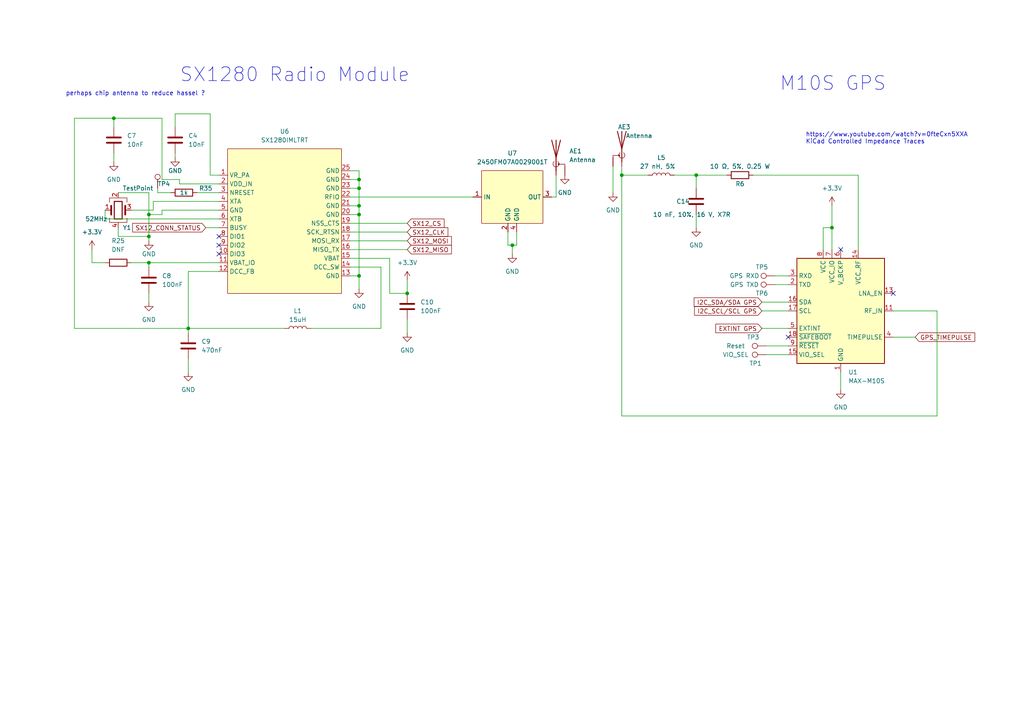
<source format=kicad_sch>
(kicad_sch (version 20231120) (generator "eeschema") (generator_version "8.0")
  (paper "A4")
  (lib_symbols
    (symbol "Connector:TestPoint" (pin_numbers hide) (pin_names (offset 0.762) hide)
      (property "Reference" "TP" (at 0 6.858 0))
      (property "Value" "TestPoint" (at 0 5.08 0))
      (symbol "TestPoint_0_1"
        (circle (center 0 3.302) (radius 0.762))
      )
      (symbol "TestPoint_1_1"
        (pin passive line (at 0 0 90) (length 2.54) (name "1") (number "1"))
      )
    )
    (symbol "CustomLibrary:2450FM07A0029001T"
      (property "Reference" "U" (at 6.35 -7.62 0))
      (property "Value" "2450FM07A0029001T" (at -1.27 10.16 0))
      (symbol "2450FM07A0029001T_1_1"
        (rectangle (start -10.16 8.89) (end 7.62 -6.35) (fill (type background)))
        (pin input line (at -12.7 1.27 0) (length 2.54) (name "IN") (number "1"))
        (pin power_in line (at -2.54 -8.89 90) (length 2.54) (name "GND") (number "2"))
        (pin output line (at 10.16 1.27 180) (length 2.54) (name "OUT") (number "3"))
        (pin power_in line (at 0 -8.89 90) (length 2.54) (name "GND") (number "4"))
      )
    )
    (symbol "CustomLibrary:SX1280IMLTRT"
      (property "Reference" "U" (at -16.51 30.48 0))
      (property "Value" "SX1280IMLTRT" (at 8.89 -13.97 0))
      (symbol "SX1280IMLTRT_1_1"
        (rectangle (start -17.78 29.21) (end 15.24 -12.7) (fill (type background)))
        (pin power_in line (at -20.32 21.59 0) (length 2.54) (name "VR_PA") (number "1"))
        (pin bidirectional line (at -20.32 -1.27 0) (length 2.54) (name "DIO3") (number "10"))
        (pin bidirectional line (at -20.32 -3.81 0) (length 2.54) (name "VBAT_IO") (number "11"))
        (pin bidirectional line (at -20.32 -6.35 0) (length 2.54) (name "DCC_FB") (number "12"))
        (pin power_in line (at 17.78 -7.62 180) (length 2.54) (name "GND") (number "13"))
        (pin power_in line (at 17.78 -5.08 180) (length 2.54) (name "DCC_SW") (number "14"))
        (pin power_in line (at 17.78 -2.54 180) (length 2.54) (name "VBAT") (number "15"))
        (pin bidirectional line (at 17.78 0 180) (length 2.54) (name "MISO_TX") (number "16"))
        (pin bidirectional line (at 17.78 2.54 180) (length 2.54) (name "MOSI_RX") (number "17"))
        (pin bidirectional line (at 17.78 5.08 180) (length 2.54) (name "SCK_RTSN") (number "18"))
        (pin bidirectional line (at 17.78 7.62 180) (length 2.54) (name "NSS_CTS") (number "19"))
        (pin power_in line (at -20.32 19.05 0) (length 2.54) (name "VDD_IN") (number "2"))
        (pin power_in line (at 17.78 10.16 180) (length 2.54) (name "GND") (number "20"))
        (pin power_in line (at 17.78 12.7 180) (length 2.54) (name "GND") (number "21"))
        (pin bidirectional line (at 17.78 15.24 180) (length 2.54) (name "RFIO") (number "22"))
        (pin power_in line (at 17.78 17.78 180) (length 2.54) (name "GND") (number "23"))
        (pin power_in line (at 17.78 20.32 180) (length 2.54) (name "GND") (number "24"))
        (pin power_in line (at 17.78 22.86 180) (length 2.54) (name "GND") (number "25"))
        (pin bidirectional line (at -20.32 16.51 0) (length 2.54) (name "NRESET") (number "3"))
        (pin bidirectional line (at -20.32 13.97 0) (length 2.54) (name "XTA") (number "4"))
        (pin power_in line (at -20.32 11.43 0) (length 2.54) (name "GND") (number "5"))
        (pin bidirectional line (at -20.32 8.89 0) (length 2.54) (name "XTB") (number "6"))
        (pin bidirectional line (at -20.32 6.35 0) (length 2.54) (name "BUSY") (number "7"))
        (pin bidirectional line (at -20.32 3.81 0) (length 2.54) (name "DIO1") (number "8"))
        (pin bidirectional line (at -20.32 1.27 0) (length 2.54) (name "DIO2") (number "9"))
      )
    )
    (symbol "Device:Antenna_Shield" (pin_numbers hide) (pin_names (offset 1.016) hide)
      (property "Reference" "AE" (at -1.905 4.445 0))
      (property "Value" "Antenna_Shield" (at -1.905 2.54 0))
      (symbol "Antenna_Shield_0_1"
        (arc (start -0.508 -1.143) (mid -0.8429 -2.1194) (end 0 -2.667))
        (arc (start 0 -2.667) (mid 0.7989 -2.1052) (end 0.508 -1.143))
        (polyline (pts (xy 0 -2.54) (xy 0 0)))
        (polyline (pts (xy 0 5.08) (xy 0 -3.81)) (stroke (width 0.254)))
        (polyline (pts (xy 0.762 -1.905) (xy 2.54 -1.905)))
        (polyline (pts (xy 2.54 -2.54) (xy 2.54 -1.905)))
        (polyline (pts (xy 1.27 5.08) (xy 0 0) (xy -1.27 5.08)) (stroke (width 0.254)))
        (circle (center 0.762 -1.905) (radius 0.1778) (fill (type outline)))
      )
      (symbol "Antenna_Shield_1_1"
        (pin input line (at 0 -5.08 90) (length 2.54) (name "A") (number "1"))
        (pin input line (at 2.54 -5.08 90) (length 2.54) (name "Shield") (number "2"))
      )
    )
    (symbol "Device:C" (pin_numbers hide) (pin_names (offset 0.254))
      (property "Reference" "C" (at 0.635 2.54 0))
      (property "Value" "C" (at 0.635 -2.54 0))
      (symbol "C_0_1"
        (polyline (pts (xy -2.032 -0.762) (xy 2.032 -0.762)) (stroke (width 0.508)))
        (polyline (pts (xy -2.032 0.762) (xy 2.032 0.762)) (stroke (width 0.508)))
      )
      (symbol "C_1_1"
        (pin passive line (at 0 3.81 270) (length 2.794) (name "~") (number "1"))
        (pin passive line (at 0 -3.81 90) (length 2.794) (name "~") (number "2"))
      )
    )
    (symbol "Device:Crystal_GND24" (pin_names (offset 1.016) hide)
      (property "Reference" "Y" (at 3.175 5.08 0))
      (property "Value" "Crystal_GND24" (at 3.175 3.175 0))
      (symbol "Crystal_GND24_0_1"
        (rectangle (start -1.143 2.54) (end 1.143 -2.54) (stroke (width 0.3048)))
        (polyline (pts (xy -2.54 0) (xy -2.032 0)))
        (polyline (pts (xy -2.032 -1.27) (xy -2.032 1.27)) (stroke (width 0.508)))
        (polyline (pts (xy 0 -3.81) (xy 0 -3.556)))
        (polyline (pts (xy 0 3.556) (xy 0 3.81)))
        (polyline (pts (xy 2.032 -1.27) (xy 2.032 1.27)) (stroke (width 0.508)))
        (polyline (pts (xy 2.032 0) (xy 2.54 0)))
        (polyline (pts (xy -2.54 -2.286) (xy -2.54 -3.556) (xy 2.54 -3.556) (xy 2.54 -2.286)))
        (polyline (pts (xy -2.54 2.286) (xy -2.54 3.556) (xy 2.54 3.556) (xy 2.54 2.286)))
      )
      (symbol "Crystal_GND24_1_1"
        (pin passive line (at -3.81 0 0) (length 1.27) (name "1") (number "1"))
        (pin passive line (at 0 5.08 270) (length 1.27) (name "2") (number "2"))
        (pin passive line (at 3.81 0 180) (length 1.27) (name "3") (number "3"))
        (pin passive line (at 0 -5.08 90) (length 1.27) (name "4") (number "4"))
      )
    )
    (symbol "Device:L" (pin_numbers hide) (pin_names (offset 1.016) hide)
      (property "Reference" "L" (at -1.27 0 90))
      (property "Value" "L" (at 1.905 0 90))
      (symbol "L_0_1"
        (arc (start 0 -2.54) (mid 0.6323 -1.905) (end 0 -1.27))
        (arc (start 0 -1.27) (mid 0.6323 -0.635) (end 0 0))
        (arc (start 0 0) (mid 0.6323 0.635) (end 0 1.27))
        (arc (start 0 1.27) (mid 0.6323 1.905) (end 0 2.54))
      )
      (symbol "L_1_1"
        (pin passive line (at 0 3.81 270) (length 1.27) (name "1") (number "1"))
        (pin passive line (at 0 -3.81 90) (length 1.27) (name "2") (number "2"))
      )
    )
    (symbol "Device:R" (pin_numbers hide) (pin_names (offset 0))
      (property "Reference" "R" (at 2.032 0 90))
      (property "Value" "R" (at 0 0 90))
      (symbol "R_0_1"
        (rectangle (start -1.016 -2.54) (end 1.016 2.54) (stroke (width 0.254)))
      )
      (symbol "R_1_1"
        (pin passive line (at 0 3.81 270) (length 1.27) (name "~") (number "1"))
        (pin passive line (at 0 -3.81 90) (length 1.27) (name "~") (number "2"))
      )
    )
    (symbol "RF_GPS:MAX-M10S"
      (property "Reference" "U" (at -10.16 16.51 0))
      (property "Value" "MAX-M10S" (at 11.43 16.51 0))
      (symbol "MAX-M10S_0_1"
        (rectangle (start 12.7 15.24) (end -12.7 -15.24) (stroke (width 0.254)) (fill (type background)))
      )
      (symbol "MAX-M10S_1_1"
        (pin power_in line (at 0 -17.78 90) (length 2.54) (name "GND") (number "1"))
        (pin passive line (at 0 -17.78 90) (length 2.54) hide (name "GND") (number "10"))
        (pin input line (at 15.24 0 180) (length 2.54) (name "RF_IN") (number "11"))
        (pin passive line (at 0 -17.78 90) (length 2.54) hide (name "GND") (number "12"))
        (pin output line (at 15.24 5.08 180) (length 2.54) (name "LNA_EN") (number "13"))
        (pin power_out line (at 5.08 17.78 270) (length 2.54) (name "VCC_RF") (number "14"))
        (pin input line (at -15.24 -12.7 0) (length 2.54) (name "VIO_SEL") (number "15"))
        (pin bidirectional line (at -15.24 2.54 0) (length 2.54) (name "SDA") (number "16"))
        (pin input line (at -15.24 0 0) (length 2.54) (name "SCL") (number "17"))
        (pin input line (at -15.24 -7.62 0) (length 2.54) (name "~{SAFEBOOT}") (number "18"))
        (pin output line (at -15.24 7.62 0) (length 2.54) (name "TXD") (number "2"))
        (pin input line (at -15.24 10.16 0) (length 2.54) (name "RXD") (number "3"))
        (pin output line (at 15.24 -7.62 180) (length 2.54) (name "TIMEPULSE") (number "4"))
        (pin input line (at -15.24 -5.08 0) (length 2.54) (name "EXTINT") (number "5"))
        (pin power_in line (at 0 17.78 270) (length 2.54) (name "V_BCKP") (number "6"))
        (pin power_in line (at -2.54 17.78 270) (length 2.54) (name "VCC_IO") (number "7"))
        (pin power_in line (at -5.08 17.78 270) (length 2.54) (name "VCC") (number "8"))
        (pin input line (at -15.24 -10.16 0) (length 2.54) (name "~{RESET}") (number "9"))
      )
    )
    (symbol "power:+3.3V" (power) (pin_names (offset 0))
      (property "Value" "+3.3V" (at 0 3.556 0))
      (symbol "+3.3V_0_1"
        (polyline (pts (xy -0.762 1.27) (xy 0 2.54)))
        (polyline (pts (xy 0 0) (xy 0 2.54)))
        (polyline (pts (xy 0 2.54) (xy 0.762 1.27)))
      )
      (symbol "+3.3V_1_1"
        (pin power_in line (at 0 0 90) (length 0) hide (name "+3.3V") (number "1"))
      )
    )
    (symbol "power:GND" (power) (pin_names (offset 0))
      (property "Value" "GND" (at 0 -3.81 0))
      (symbol "GND_0_1"
        (polyline (pts (xy 0 0) (xy 0 -1.27) (xy 1.27 -1.27) (xy 0 -2.54) (xy -1.27 -1.27) (xy 0 -1.27)))
      )
      (symbol "GND_1_1"
        (pin power_in line (at 0 0 270) (length 0) hide (name "GND") (number "1"))
      )
    )
  )
  (junction (at 104.14 80.01))
  (junction (at 33.02 34.29))
  (junction (at 241.3 66.04))
  (junction (at 148.59 71.12))
  (junction (at 43.18 68.58))
  (junction (at 43.18 76.2))
  (junction (at 201.93 50.8))
  (junction (at 104.14 54.61))
  (junction (at 104.14 62.23))
  (junction (at 118.11 85.09))
  (junction (at 54.61 95.25))
  (junction (at 104.14 52.07))
  (junction (at 104.14 59.69))
  (junction (at 180.34 50.8))
  (junction (at 43.18 62.23))
  (no_connect (at 63.5 68.58))
  (no_connect (at 259.08 85.09))
  (no_connect (at 63.5 71.12))
  (no_connect (at 63.5 73.66))
  (no_connect (at 228.6 97.79))
  (no_connect (at 243.84 72.39))
  (wire (pts (xy 160.02 57.15) (xy 161.29 57.15)))
  (wire (pts (xy 104.14 80.01) (xy 101.6 80.01)))
  (wire (pts (xy 101.6 69.85) (xy 118.11 69.85)))
  (wire (pts (xy 57.15 55.88) (xy 63.5 55.88)))
  (wire (pts (xy 104.14 52.07) (xy 104.14 54.61)))
  (wire (pts (xy 34.29 68.58) (xy 43.18 68.58)))
  (wire (pts (xy 147.32 71.12) (xy 148.59 71.12)))
  (wire (pts (xy 101.6 54.61) (xy 104.14 54.61)))
  (wire (pts (xy 26.67 76.2) (xy 30.48 76.2)))
  (wire (pts (xy 101.6 74.93) (xy 113.03 74.93)))
  (wire (pts (xy 34.29 55.88) (xy 43.18 55.88)))
  (wire (pts (xy 33.02 34.29) (xy 21.59 34.29)))
  (wire (pts (xy 161.29 57.15) (xy 161.29 50.8)))
  (wire (pts (xy 113.03 85.09) (xy 118.11 85.09)))
  (wire (pts (xy 34.29 68.58) (xy 34.29 66.04)))
  (wire (pts (xy 26.67 72.39) (xy 26.67 76.2)))
  (wire (pts (xy 45.72 54.61) (xy 45.72 55.88)))
  (wire (pts (xy 210.82 50.8) (xy 201.93 50.8)))
  (wire (pts (xy 21.59 34.29) (xy 21.59 95.25)))
  (wire (pts (xy 148.59 71.12) (xy 148.59 73.66)))
  (wire (pts (xy 54.61 95.25) (xy 54.61 96.52)))
  (wire (pts (xy 180.34 50.8) (xy 180.34 120.65)))
  (wire (pts (xy 101.6 59.69) (xy 104.14 59.69)))
  (wire (pts (xy 222.25 102.87) (xy 228.6 102.87)))
  (wire (pts (xy 59.69 66.04) (xy 63.5 66.04)))
  (wire (pts (xy 60.96 33.02) (xy 50.8 33.02)))
  (wire (pts (xy 118.11 81.28) (xy 118.11 85.09)))
  (wire (pts (xy 220.98 95.25) (xy 228.6 95.25)))
  (wire (pts (xy 180.34 48.26) (xy 180.34 50.8)))
  (wire (pts (xy 177.8 48.26) (xy 177.8 55.88)))
  (wire (pts (xy 104.14 54.61) (xy 104.14 59.69)))
  (wire (pts (xy 201.93 50.8) (xy 201.93 54.61)))
  (wire (pts (xy 113.03 74.93) (xy 113.03 85.09)))
  (wire (pts (xy 43.18 69.85) (xy 43.18 68.58)))
  (wire (pts (xy 46.99 52.07) (xy 46.99 34.29)))
  (wire (pts (xy 118.11 92.71) (xy 118.11 96.52)))
  (wire (pts (xy 63.5 60.96) (xy 46.99 60.96)))
  (wire (pts (xy 101.6 57.15) (xy 137.16 57.15)))
  (wire (pts (xy 271.78 90.17) (xy 259.08 90.17)))
  (wire (pts (xy 38.1 60.96) (xy 44.45 60.96)))
  (wire (pts (xy 243.84 107.95) (xy 243.84 113.03)))
  (wire (pts (xy 104.14 49.53) (xy 104.14 52.07)))
  (wire (pts (xy 195.58 50.8) (xy 201.93 50.8)))
  (wire (pts (xy 33.02 34.29) (xy 33.02 36.83)))
  (wire (pts (xy 52.07 52.07) (xy 46.99 52.07)))
  (wire (pts (xy 110.49 95.25) (xy 90.17 95.25)))
  (wire (pts (xy 224.79 82.55) (xy 228.6 82.55)))
  (wire (pts (xy 101.6 72.39) (xy 118.11 72.39)))
  (wire (pts (xy 110.49 77.47) (xy 110.49 95.25)))
  (wire (pts (xy 46.99 62.23) (xy 43.18 62.23)))
  (wire (pts (xy 45.72 55.88) (xy 49.53 55.88)))
  (wire (pts (xy 52.07 53.34) (xy 63.5 53.34)))
  (wire (pts (xy 220.98 87.63) (xy 228.6 87.63)))
  (wire (pts (xy 238.76 66.04) (xy 241.3 66.04)))
  (wire (pts (xy 238.76 72.39) (xy 238.76 66.04)))
  (wire (pts (xy 54.61 95.25) (xy 82.55 95.25)))
  (wire (pts (xy 52.07 52.07) (xy 52.07 53.34)))
  (wire (pts (xy 30.48 63.5) (xy 63.5 63.5)))
  (wire (pts (xy 33.02 44.45) (xy 33.02 46.99)))
  (wire (pts (xy 149.86 71.12) (xy 148.59 71.12)))
  (wire (pts (xy 44.45 60.96) (xy 44.45 58.42)))
  (wire (pts (xy 147.32 67.31) (xy 147.32 71.12)))
  (wire (pts (xy 271.78 120.65) (xy 271.78 90.17)))
  (wire (pts (xy 104.14 62.23) (xy 104.14 80.01)))
  (wire (pts (xy 101.6 49.53) (xy 104.14 49.53)))
  (wire (pts (xy 101.6 62.23) (xy 104.14 62.23)))
  (wire (pts (xy 220.98 90.17) (xy 228.6 90.17)))
  (wire (pts (xy 101.6 67.31) (xy 118.11 67.31)))
  (wire (pts (xy 101.6 52.07) (xy 104.14 52.07)))
  (wire (pts (xy 43.18 76.2) (xy 43.18 77.47)))
  (wire (pts (xy 63.5 50.8) (xy 60.96 50.8)))
  (wire (pts (xy 63.5 78.74) (xy 54.61 78.74)))
  (wire (pts (xy 43.18 55.88) (xy 43.18 62.23)))
  (wire (pts (xy 222.25 100.33) (xy 228.6 100.33)))
  (wire (pts (xy 54.61 104.14) (xy 54.61 107.95)))
  (wire (pts (xy 104.14 83.82) (xy 104.14 80.01)))
  (wire (pts (xy 104.14 59.69) (xy 104.14 62.23)))
  (wire (pts (xy 43.18 62.23) (xy 43.18 68.58)))
  (wire (pts (xy 101.6 64.77) (xy 118.11 64.77)))
  (wire (pts (xy 259.08 97.79) (xy 265.43 97.79)))
  (wire (pts (xy 248.92 50.8) (xy 248.92 72.39)))
  (wire (pts (xy 43.18 76.2) (xy 63.5 76.2)))
  (wire (pts (xy 46.99 34.29) (xy 33.02 34.29)))
  (wire (pts (xy 201.93 62.23) (xy 201.93 66.04)))
  (wire (pts (xy 101.6 77.47) (xy 110.49 77.47)))
  (wire (pts (xy 54.61 78.74) (xy 54.61 95.25)))
  (wire (pts (xy 224.79 80.01) (xy 228.6 80.01)))
  (wire (pts (xy 60.96 50.8) (xy 60.96 33.02)))
  (wire (pts (xy 241.3 66.04) (xy 241.3 72.39)))
  (wire (pts (xy 50.8 33.02) (xy 50.8 36.83)))
  (wire (pts (xy 46.99 60.96) (xy 46.99 62.23)))
  (wire (pts (xy 50.8 44.45) (xy 50.8 45.72)))
  (wire (pts (xy 180.34 50.8) (xy 187.96 50.8)))
  (wire (pts (xy 180.34 120.65) (xy 271.78 120.65)))
  (wire (pts (xy 30.48 60.96) (xy 30.48 63.5)))
  (wire (pts (xy 149.86 67.31) (xy 149.86 71.12)))
  (wire (pts (xy 241.3 59.69) (xy 241.3 66.04)))
  (wire (pts (xy 43.18 85.09) (xy 43.18 87.63)))
  (wire (pts (xy 21.59 95.25) (xy 54.61 95.25)))
  (wire (pts (xy 44.45 58.42) (xy 63.5 58.42)))
  (wire (pts (xy 38.1 76.2) (xy 43.18 76.2)))
  (wire (pts (xy 248.92 50.8) (xy 218.44 50.8)))
  (text "perhaps chip antenna to reduce hassel ?" (at 19.05 27.94 0) (effects (font (size 1.27 1.27)) (justify left bottom)))
  (text "https://www.youtube.com/watch?v=0fteCxn5XXA\nKiCad Controlled Impedance Traces" (at 233.68 41.91 0) (effects (font (size 1.27 1.27)) (justify left bottom)))
  (text "M10S GPS\n" (at 226.06 26.67 0) (effects (font (size 4 4)) (justify left bottom)))
  (text "SX1280 Radio Module" (at 52.07 24.13 0) (effects (font (size 4 4)) (justify left bottom)))
  (global_label "I2C_SDA{slash}SDA GPS" (shape input) (at 220.98 87.63 180) (property "Intersheetrefs" "${INTERSHEET_REFS}" (effects (hide yes))))
  (global_label "SX12_CS" (shape input) (at 118.11 64.77 0) (property "Intersheetrefs" "${INTERSHEET_REFS}" (effects (hide yes))))
  (global_label "I2C_SCL{slash}SCL GPS" (shape input) (at 220.98 90.17 180) (property "Intersheetrefs" "${INTERSHEET_REFS}" (effects (hide yes))))
  (global_label "SX12_CONN_STATUS" (shape input) (at 59.69 66.04 180) (property "Intersheetrefs" "${INTERSHEET_REFS}" (effects (hide yes))))
  (global_label "EXTINT GPS" (shape input) (at 220.98 95.25 180) (property "Intersheetrefs" "${INTERSHEET_REFS}" (effects (hide yes))))
  (global_label "GPS_TIMEPULSE" (shape input) (at 265.43 97.79 0) (property "Intersheetrefs" "${INTERSHEET_REFS}" (effects (hide yes))))
  (global_label "SX12_MOSI" (shape input) (at 118.11 69.85 0) (property "Intersheetrefs" "${INTERSHEET_REFS}" (effects (hide yes))))
  (global_label "SX12_MISO" (shape input) (at 118.11 72.39 0) (property "Intersheetrefs" "${INTERSHEET_REFS}" (effects (hide yes))))
  (global_label "SX12_CLK" (shape input) (at 118.11 67.31 0) (property "Intersheetrefs" "${INTERSHEET_REFS}" (effects (hide yes))))
  (symbol (lib_id "Device:L") (at 86.36 95.25 90) (unit 1)
    (property "Reference" "L1" (at 86.36 90.17 90))
    (property "Value" "15uH" (at 86.36 92.71 90))
    (property "Footprint" "Inductor_SMD:L_0805_2012Metric" (effects (hide yes)))
  )
  (symbol (lib_id "Device:L") (at 191.77 50.8 90) (unit 1)
    (property "Reference" "L5" (at 193.04 45.72 90) (effects (justify left)))
    (property "Value" "27 nH, 5% " (at 196.85 48.26 90) (effects (justify left)))
    (property "Footprint" "Inductor_SMD:L_0402_1005Metric" (effects (hide yes)))
    (property "Datasheet" "https://search.murata.co.jp/Ceramy/image/img/P02/JELF243B-0010.pdf" (effects (hide yes)))
    (property "Digikey" "https://www.digikey.in/en/products/detail/murata-electronics/LQG15HS27NJ02D/662877?s=N4IgjCBcoMxaBjKAzAhgGwM4FMA0IB7KAbRACYBWABjgF18AHAFyhAGUmAnASwDsBzEAF98ZKgA4A7PBBJIaLHkIlykgAS8AEiHohmrAKq9uTAPLIAstlSYArp2zD8AWmnRZKDDnwA3Xp8V8IkhSMHEqABZxClwIgE4qHUYWSBBhISEgA" (effects (hide yes)))
  )
  (symbol (lib_id "Connector:TestPoint") (at 222.25 102.87 90) (unit 1) (in_bom no)
    (property "Reference" "TP1" (at 220.98 105.41 90) (effects (justify left)))
    (property "Value" "VIO_SEL" (at 217.17 102.87 90) (effects (justify left)))
    (property "Footprint" "TestPoint:TestPoint_Pad_D1.0mm" (effects (hide yes)))
  )
  (symbol (lib_id "Device:C") (at 118.11 88.9 0) (unit 1)
    (property "Reference" "C10" (at 121.92 87.63 0) (effects (justify left)))
    (property "Value" "100nF" (at 121.92 90.17 0) (effects (justify left)))
    (property "Footprint" "Capacitor_SMD:C_0603_1608Metric" (effects (hide yes)))
  )
  (symbol (lib_id "power:GND") (at 177.8 55.88 0) (unit 1)
    (property "Reference" "#PWR06" (effects (hide yes)))
    (property "Value" "GND" (at 177.8 60.96 0))
  )
  (symbol (lib_id "Connector:TestPoint") (at 224.79 82.55 90) (unit 1) (in_bom no)
    (property "Reference" "TP6" (at 220.98 85.09 90))
    (property "Value" "GPS TXD" (at 215.9 82.55 90))
    (property "Footprint" "TestPoint:TestPoint_Pad_D1.0mm" (effects (hide yes)))
  )
  (symbol (lib_id "Connector:TestPoint") (at 222.25 100.33 90) (unit 1) (in_bom no)
    (property "Reference" "TP3" (at 218.44 97.79 90))
    (property "Value" "Reset" (at 213.36 100.33 90))
    (property "Footprint" "TestPoint:TestPoint_Pad_D1.0mm" (effects (hide yes)))
  )
  (symbol (lib_id "Device:C") (at 33.02 40.64 0) (unit 1)
    (property "Reference" "C7" (at 36.83 39.37 0) (effects (justify left)))
    (property "Value" "10nF" (at 36.83 41.91 0) (effects (justify left)))
    (property "Footprint" "Capacitor_SMD:C_0603_1608Metric" (effects (hide yes)))
  )
  (symbol (lib_id "CustomLibrary:2450FM07A0029001T") (at 149.86 58.42 0) (unit 1)
    (property "Reference" "U7" (at 148.59 44.45 0))
    (property "Value" "2450FM07A0029001T" (at 148.59 46.99 0))
    (property "Footprint" "CustomFootprints:2450FM07A0029001T" (effects (hide yes)))
    (property "Datasheet" "https://www.johansontechnology.com/datasheets/2450FM07A0029/2450FM07A0029.pdf" (effects (hide yes)))
    (property "Digikey" "https://www.digikey.in/en/products/detail/johanson-technology-inc/2450FM07A0029001T/6187664" (effects (hide yes)))
  )
  (symbol (lib_id "Device:C") (at 54.61 100.33 0) (unit 1)
    (property "Reference" "C9" (at 58.42 99.06 0) (effects (justify left)))
    (property "Value" "470nF" (at 58.42 101.6 0) (effects (justify left)))
    (property "Footprint" "Capacitor_SMD:C_0402_1005Metric" (effects (hide yes)))
  )
  (symbol (lib_id "power:GND") (at 201.93 66.04 0) (unit 1)
    (property "Reference" "#PWR08" (effects (hide yes)))
    (property "Value" "GND" (at 201.93 71.12 0))
  )
  (symbol (lib_id "power:GND") (at 54.61 107.95 0) (unit 1)
    (property "Reference" "#PWR031" (effects (hide yes)))
    (property "Value" "GND" (at 54.61 113.03 0))
  )
  (symbol (lib_id "power:GND") (at 148.59 73.66 0) (unit 1)
    (property "Reference" "#PWR025" (effects (hide yes)))
    (property "Value" "GND" (at 148.59 78.74 0))
  )
  (symbol (lib_id "Device:Antenna_Shield") (at 161.29 45.72 0) (unit 1)
    (property "Reference" "AE1" (at 165.1 43.815 0) (effects (justify left)))
    (property "Value" "Antenna" (at 165.1 46.355 0) (effects (justify left)))
    (property "Footprint" "Connector_Coaxial:SMA_Amphenol_901-144_Vertical" (effects (hide yes)))
  )
  (symbol (lib_id "Device:Crystal_GND24") (at 34.29 60.96 0) (unit 1)
    (property "Reference" "Y1" (at 36.83 66.04 0))
    (property "Value" "52MHz" (at 27.94 63.5 0))
    (property "Footprint" "Crystal:Crystal_SMD_2016-4Pin_2.0x1.6mm" (effects (hide yes)))
    (property "Datasheet" "https://www.ndk.com/images/products/catalog/c_NX2016SA_e.pdf" (effects (hide yes)))
    (property "Digikey" "https://www.ndk.com/images/products/catalog/c_NX2016SA_e.pdf" (effects (hide yes)))
  )
  (symbol (lib_id "power:GND") (at 163.83 50.8 0) (unit 1)
    (property "Reference" "#PWR026" (effects (hide yes)))
    (property "Value" "GND" (at 163.83 55.88 0))
  )
  (symbol (lib_id "power:GND") (at 118.11 96.52 0) (unit 1)
    (property "Reference" "#PWR060" (effects (hide yes)))
    (property "Value" "GND" (at 118.11 101.6 0))
  )
  (symbol (lib_id "power:+3.3V") (at 118.11 81.28 0) (mirror y) (unit 1)
    (property "Reference" "#PWR037" (effects (hide yes)))
    (property "Value" "+3.3V" (at 118.11 76.2 0))
  )
  (symbol (lib_id "Device:Antenna_Shield") (at 180.34 43.18 0) (mirror y) (unit 1)
    (property "Reference" "AE3" (at 182.88 36.83 0) (effects (justify left)))
    (property "Value" "Antenna" (at 189.23 39.37 0) (effects (justify left)))
    (property "Footprint" "Connector_Coaxial:SMA_Amphenol_901-144_Vertical" (effects (hide yes)))
  )
  (symbol (lib_id "power:GND") (at 33.02 46.99 0) (unit 1)
    (property "Reference" "#PWR032" (effects (hide yes)))
    (property "Value" "GND" (at 33.02 52.07 0))
  )
  (symbol (lib_id "Device:R") (at 34.29 76.2 90) (unit 1)
    (property "Reference" "R25" (at 34.29 69.85 90))
    (property "Value" "DNF" (at 34.29 72.39 90))
    (property "Footprint" "Resistor_SMD:R_0402_1005Metric" (effects (hide yes)))
  )
  (symbol (lib_id "power:+3.3V") (at 26.67 72.39 0) (mirror y) (unit 1)
    (property "Reference" "#PWR035" (effects (hide yes)))
    (property "Value" "+3.3V" (at 26.67 67.31 0))
  )
  (symbol (lib_id "power:+3.3V") (at 241.3 59.69 0) (mirror y) (unit 1)
    (property "Reference" "#PWR011" (effects (hide yes)))
    (property "Value" "+3.3V" (at 241.3 54.61 0))
  )
  (symbol (lib_id "Connector:TestPoint") (at 224.79 80.01 90) (unit 1) (in_bom no)
    (property "Reference" "TP5" (at 220.98 77.47 90))
    (property "Value" "GPS RXD" (at 215.9 80.01 90))
    (property "Footprint" "TestPoint:TestPoint_Pad_D1.0mm" (effects (hide yes)))
  )
  (symbol (lib_id "power:GND") (at 43.18 69.85 0) (unit 1)
    (property "Reference" "#PWR0123" (effects (hide yes)))
    (property "Value" "GND" (at 43.18 73.66 0))
  )
  (symbol (lib_id "Device:C") (at 43.18 81.28 0) (unit 1)
    (property "Reference" "C8" (at 46.99 80.01 0) (effects (justify left)))
    (property "Value" "100nF" (at 46.99 82.55 0) (effects (justify left)))
    (property "Footprint" "Capacitor_SMD:C_0603_1608Metric" (effects (hide yes)))
  )
  (symbol (lib_id "RF_GPS:MAX-M10S") (at 243.84 90.17 0) (unit 1)
    (property "Reference" "U1" (at 246.0341 107.95 0) (effects (justify left)))
    (property "Value" "MAX-M10S" (at 246.0341 110.49 0) (effects (justify left)))
    (property "Footprint" "RF_GPS:ublox_MAX" (effects (hide yes)))
    (property "Datasheet" "https://content.u-blox.com/sites/default/files/MAX-M10S_DataSheet_UBX-20035208.pdf" (effects (hide yes)))
    (property "Digikey" "https://www.digikey.com/en/products/detail/u-blox/MAX-M10S-00B/15712906" (effects (hide yes)))
  )
  (symbol (lib_id "power:GND") (at 243.84 113.03 0) (unit 1)
    (property "Reference" "#PWR014" (effects (hide yes)))
    (property "Value" "GND" (at 243.84 118.11 0))
  )
  (symbol (lib_id "Device:C") (at 201.93 58.42 180) (unit 1)
    (property "Reference" "C14" (at 198.12 58.42 0))
    (property "Value" "10 nF, 10%, 16 V, X7R" (at 200.66 62.23 0))
    (property "Footprint" "Capacitor_SMD:C_0603_1608Metric" (effects (hide yes)))
  )
  (symbol (lib_id "Device:R") (at 214.63 50.8 90) (unit 1)
    (property "Reference" "R6" (at 214.63 53.34 90))
    (property "Value" "10 Ω, 5%, 0.25 W" (at 214.63 48.26 90))
    (property "Footprint" "Resistor_SMD:R_0402_1005Metric" (effects (hide yes)))
  )
  (symbol (lib_id "power:GND") (at 104.14 83.82 0) (unit 1)
    (property "Reference" "#PWR028" (effects (hide yes)))
    (property "Value" "GND" (at 104.14 88.9 0))
  )
  (symbol (lib_id "Device:C") (at 50.8 40.64 0) (unit 1)
    (property "Reference" "C4" (at 54.61 39.37 0) (effects (justify left)))
    (property "Value" "10nF" (at 54.61 41.91 0) (effects (justify left)))
    (property "Footprint" "Capacitor_SMD:C_0603_1608Metric" (effects (hide yes)))
  )
  (symbol (lib_id "CustomLibrary:SX1280IMLTRT") (at 83.82 72.39 0) (unit 1)
    (property "Reference" "U6" (at 82.55 38.1 0))
    (property "Value" "SX1280IMLTRT" (at 82.55 40.64 0))
    (property "Footprint" "Package_DFN_QFN:QFN-24-1EP_4x4mm_P0.5mm_EP2.7x2.7mm" (effects (hide yes)))
    (property "Datasheet" "https://semtech.my.salesforce.com/sfc/p/#E0000000JelG/a/3n000000l9OZ/Kw7ZeYZuAZW3Q4A3R_IUjhYCQEJxkuLrUgl_GNNhuUo" (effects (hide yes)))
    (property "Digikey" "https://www.digikey.in/en/products/detail/semtech-corporation/SX1280IMLTRT/7203797" (effects (hide yes)))
  )
  (symbol (lib_id "power:GND") (at 50.8 45.72 0) (unit 1)
    (property "Reference" "#PWR033" (effects (hide yes)))
    (property "Value" "GND" (at 50.8 49.53 0))
  )
  (symbol (lib_id "Device:R") (at 53.34 55.88 90) (unit 1)
    (property "Reference" "R35" (at 59.69 54.61 90))
    (property "Value" "1k" (at 53.34 55.88 90))
    (property "Footprint" "Resistor_SMD:R_0402_1005Metric" (effects (hide yes)))
  )
  (symbol (lib_id "power:GND") (at 43.18 87.63 0) (unit 1)
    (property "Reference" "#PWR034" (effects (hide yes)))
    (property "Value" "GND" (at 43.18 92.71 0))
  )
  (symbol (lib_id "Connector:TestPoint") (at 45.72 54.61 0) (unit 1) (in_bom no)
    (property "Reference" "TP4" (at 45.72 53.34 0) (effects (justify left)))
    (property "Value" "TestPoint" (at 35.56 54.61 0) (effects (justify left)))
    (property "Footprint" "TestPoint:TestPoint_Pad_D1.0mm" (effects (hide yes)))
  )
)
</source>
